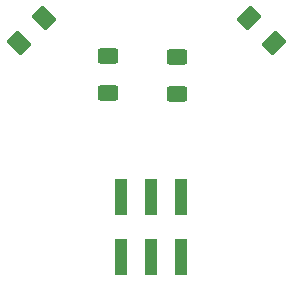
<source format=gbp>
%TF.GenerationSoftware,KiCad,Pcbnew,(6.99.0-2452-gdb4f2d9dd8)*%
%TF.CreationDate,2022-07-19T13:16:04+04:00*%
%TF.ProjectId,sticker holder,73746963-6b65-4722-9068-6f6c6465722e,rev?*%
%TF.SameCoordinates,Original*%
%TF.FileFunction,Paste,Bot*%
%TF.FilePolarity,Positive*%
%FSLAX46Y46*%
G04 Gerber Fmt 4.6, Leading zero omitted, Abs format (unit mm)*
G04 Created by KiCad (PCBNEW (6.99.0-2452-gdb4f2d9dd8)) date 2022-07-19 13:16:04*
%MOMM*%
%LPD*%
G01*
G04 APERTURE LIST*
G04 Aperture macros list*
%AMRoundRect*
0 Rectangle with rounded corners*
0 $1 Rounding radius*
0 $2 $3 $4 $5 $6 $7 $8 $9 X,Y pos of 4 corners*
0 Add a 4 corners polygon primitive as box body*
4,1,4,$2,$3,$4,$5,$6,$7,$8,$9,$2,$3,0*
0 Add four circle primitives for the rounded corners*
1,1,$1+$1,$2,$3*
1,1,$1+$1,$4,$5*
1,1,$1+$1,$6,$7*
1,1,$1+$1,$8,$9*
0 Add four rect primitives between the rounded corners*
20,1,$1+$1,$2,$3,$4,$5,0*
20,1,$1+$1,$4,$5,$6,$7,0*
20,1,$1+$1,$6,$7,$8,$9,0*
20,1,$1+$1,$8,$9,$2,$3,0*%
G04 Aperture macros list end*
%ADD10R,1.000000X3.150000*%
%ADD11RoundRect,0.250000X0.625000X-0.400000X0.625000X0.400000X-0.625000X0.400000X-0.625000X-0.400000X0*%
%ADD12RoundRect,0.250001X-0.768977X-0.114905X-0.114905X-0.768977X0.768977X0.114905X0.114905X0.768977X0*%
%ADD13RoundRect,0.250001X0.114905X-0.768977X0.768977X-0.114905X-0.114905X0.768977X-0.768977X0.114905X0*%
G04 APERTURE END LIST*
D10*
X113559999Y-86074999D03*
X113559999Y-91124999D03*
X116099999Y-86074999D03*
X116099999Y-91124999D03*
X118639999Y-86074999D03*
X118639999Y-91124999D03*
D11*
X118300000Y-77350000D03*
X118300000Y-74250000D03*
X112500000Y-77250000D03*
X112500000Y-74150000D03*
D12*
X124448179Y-70948179D03*
X126551821Y-73051821D03*
D13*
X104948179Y-73051821D03*
X107051821Y-70948179D03*
M02*

</source>
